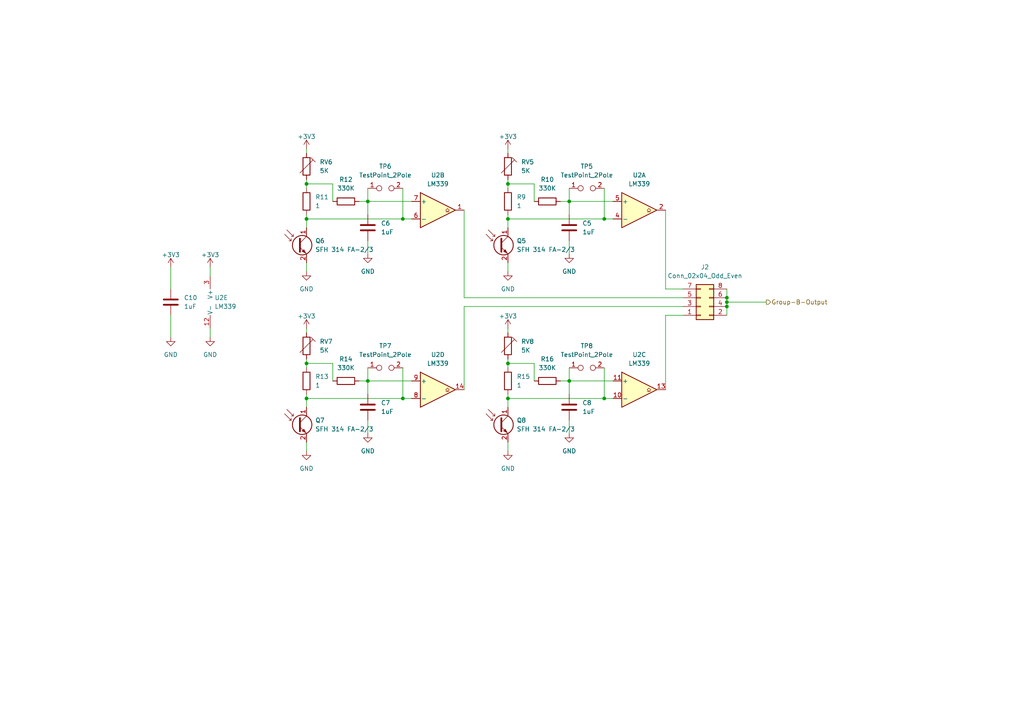
<source format=kicad_sch>
(kicad_sch (version 20210621) (generator eeschema)
  (paper "A4")
  (lib_symbols
    (symbol "Comparator:LM339" (pin_names (offset 0.127))
      (property "Reference" "U" (at 0 5.08 0))
      (property "Value" "LM339" (at 0 -5.08 0))
      (symbol "LM339_1_1"
        (polyline (pts (xy 3.302 -0.508) (xy 2.794 -0.508) (xy 3.302 0) (xy 2.794 0.508) (xy 2.286 0) (xy 2.794 -0.508) (xy 2.286 -0.508)) (stroke (width 0.127)))
        (polyline (pts (xy -5.08 5.08) (xy 5.08 0) (xy -5.08 -5.08) (xy -5.08 5.08)) (stroke (width 0.254)) (fill (type background)))
        (pin open_collector line (at 7.62 0 180) (length 2.54) (name "~") (number "2"))
        (pin input line (at -7.62 -2.54 0) (length 2.54) (name "-") (number "4"))
        (pin input line (at -7.62 2.54 0) (length 2.54) (name "+") (number "5"))
      )
      (symbol "LM339_2_1"
        (polyline (pts (xy 3.302 -0.508) (xy 2.794 -0.508) (xy 3.302 0) (xy 2.794 0.508) (xy 2.286 0) (xy 2.794 -0.508) (xy 2.286 -0.508)) (stroke (width 0.127)))
        (polyline (pts (xy -5.08 5.08) (xy 5.08 0) (xy -5.08 -5.08) (xy -5.08 5.08)) (stroke (width 0.254)) (fill (type background)))
        (pin open_collector line (at 7.62 0 180) (length 2.54) (name "~") (number "1"))
        (pin input line (at -7.62 -2.54 0) (length 2.54) (name "-") (number "6"))
        (pin input line (at -7.62 2.54 0) (length 2.54) (name "+") (number "7"))
      )
      (symbol "LM339_3_1"
        (polyline (pts (xy 3.302 -0.508) (xy 2.794 -0.508) (xy 3.302 0) (xy 2.794 0.508) (xy 2.286 0) (xy 2.794 -0.508) (xy 2.286 -0.508)) (stroke (width 0.127)))
        (polyline (pts (xy -5.08 5.08) (xy 5.08 0) (xy -5.08 -5.08) (xy -5.08 5.08)) (stroke (width 0.254)) (fill (type background)))
        (pin input line (at -7.62 -2.54 0) (length 2.54) (name "-") (number "10"))
        (pin input line (at -7.62 2.54 0) (length 2.54) (name "+") (number "11"))
        (pin open_collector line (at 7.62 0 180) (length 2.54) (name "~") (number "13"))
      )
      (symbol "LM339_4_1"
        (polyline (pts (xy 3.302 -0.508) (xy 2.794 -0.508) (xy 3.302 0) (xy 2.794 0.508) (xy 2.286 0) (xy 2.794 -0.508) (xy 2.286 -0.508)) (stroke (width 0.127)))
        (polyline (pts (xy -5.08 5.08) (xy 5.08 0) (xy -5.08 -5.08) (xy -5.08 5.08)) (stroke (width 0.254)) (fill (type background)))
        (pin open_collector line (at 7.62 0 180) (length 2.54) (name "~") (number "14"))
        (pin input line (at -7.62 -2.54 0) (length 2.54) (name "-") (number "8"))
        (pin input line (at -7.62 2.54 0) (length 2.54) (name "+") (number "9"))
      )
      (symbol "LM339_5_1"
        (pin power_in line (at -2.54 -7.62 90) (length 3.81) (name "V-") (number "12"))
        (pin power_in line (at -2.54 7.62 270) (length 3.81) (name "V+") (number "3"))
      )
    )
    (symbol "Connector:TestPoint_2Pole" (pin_names (offset 0.762) hide)
      (property "Reference" "TP" (at 0 1.524 0))
      (property "Value" "TestPoint_2Pole" (at 0 -1.778 0))
      (symbol "TestPoint_2Pole_0_1"
        (circle (center -1.778 0) (radius 0.762))
        (circle (center 1.778 0) (radius 0.762))
        (pin passive line (at -5.08 0 0) (length 2.54) (name "1") (number "1"))
        (pin passive line (at 5.08 0 180) (length 2.54) (name "2") (number "2"))
      )
    )
    (symbol "Connector_Generic:Conn_02x04_Odd_Even" (pin_names (offset 1.016) hide)
      (property "Reference" "J" (at 1.27 5.08 0))
      (property "Value" "Conn_02x04_Odd_Even" (at 1.27 -7.62 0))
      (symbol "Conn_02x04_Odd_Even_1_1"
        (rectangle (start -1.27 -4.953) (end 0 -5.207) (stroke (width 0.1524)))
        (rectangle (start -1.27 -2.413) (end 0 -2.667) (stroke (width 0.1524)))
        (rectangle (start -1.27 0.127) (end 0 -0.127) (stroke (width 0.1524)))
        (rectangle (start -1.27 2.667) (end 0 2.413) (stroke (width 0.1524)))
        (rectangle (start 3.81 -4.953) (end 2.54 -5.207) (stroke (width 0.1524)))
        (rectangle (start 3.81 -2.413) (end 2.54 -2.667) (stroke (width 0.1524)))
        (rectangle (start 3.81 0.127) (end 2.54 -0.127) (stroke (width 0.1524)))
        (rectangle (start 3.81 2.667) (end 2.54 2.413) (stroke (width 0.1524)))
        (rectangle (start -1.27 3.81) (end 3.81 -6.35) (stroke (width 0.254)) (fill (type background)))
        (pin passive line (at -5.08 2.54 0) (length 3.81) (name "Pin_1") (number "1"))
        (pin passive line (at 7.62 2.54 180) (length 3.81) (name "Pin_2") (number "2"))
        (pin passive line (at -5.08 0 0) (length 3.81) (name "Pin_3") (number "3"))
        (pin passive line (at 7.62 0 180) (length 3.81) (name "Pin_4") (number "4"))
        (pin passive line (at -5.08 -2.54 0) (length 3.81) (name "Pin_5") (number "5"))
        (pin passive line (at 7.62 -2.54 180) (length 3.81) (name "Pin_6") (number "6"))
        (pin passive line (at -5.08 -5.08 0) (length 3.81) (name "Pin_7") (number "7"))
        (pin passive line (at 7.62 -5.08 180) (length 3.81) (name "Pin_8") (number "8"))
      )
    )
    (symbol "Device:C" (pin_numbers hide) (pin_names (offset 0.254))
      (property "Reference" "C" (at 0.635 2.54 0))
      (property "Value" "C" (at 0.635 -2.54 0))
      (symbol "C_0_1"
        (polyline (pts (xy -2.032 -0.762) (xy 2.032 -0.762)) (stroke (width 0.508)))
        (polyline (pts (xy -2.032 0.762) (xy 2.032 0.762)) (stroke (width 0.508)))
      )
      (symbol "C_1_1"
        (pin passive line (at 0 3.81 270) (length 2.794) (name "~") (number "1"))
        (pin passive line (at 0 -3.81 90) (length 2.794) (name "~") (number "2"))
      )
    )
    (symbol "Device:Q_Photo_NPN" (pin_names (offset 0) hide)
      (property "Reference" "Q" (at 5.08 1.27 0))
      (property "Value" "Q_Photo_NPN" (at 5.08 -1.27 0))
      (symbol "Q_Photo_NPN_0_1"
        (circle (center 1.27 0) (radius 2.8194) (stroke (width 0.254)))
        (polyline (pts (xy -1.905 1.27) (xy -2.54 1.27)))
        (polyline (pts (xy -1.27 2.54) (xy -1.905 2.54)))
        (polyline (pts (xy 0.635 0.635) (xy 2.54 2.54)))
        (polyline (pts (xy -3.81 3.175) (xy -1.905 1.27) (xy -1.905 1.905)))
        (polyline (pts (xy -3.175 4.445) (xy -1.27 2.54) (xy -1.27 3.175)))
        (polyline (pts (xy 0.635 -0.635) (xy 2.54 -2.54) (xy 2.54 -2.54)))
        (polyline (pts (xy 0.635 1.905) (xy 0.635 -1.905) (xy 0.635 -1.905)) (stroke (width 0.508)))
        (polyline (pts (xy 1.27 -1.778) (xy 1.778 -1.27) (xy 2.286 -2.286) (xy 1.27 -1.778) (xy 1.27 -1.778)) (fill (type outline)))
      )
      (symbol "Q_Photo_NPN_1_1"
        (pin passive line (at 2.54 5.08 270) (length 2.54) (name "C") (number "1"))
        (pin passive line (at 2.54 -5.08 90) (length 2.54) (name "E") (number "2"))
      )
    )
    (symbol "Device:R" (pin_numbers hide) (pin_names (offset 0))
      (property "Reference" "R" (at 2.032 0 90))
      (property "Value" "R" (at 0 0 90))
      (symbol "R_0_1"
        (rectangle (start -1.016 -2.54) (end 1.016 2.54) (stroke (width 0.254)))
      )
      (symbol "R_1_1"
        (pin passive line (at 0 3.81 270) (length 1.27) (name "~") (number "1"))
        (pin passive line (at 0 -3.81 90) (length 1.27) (name "~") (number "2"))
      )
    )
    (symbol "Device:R_Trim" (pin_numbers hide) (pin_names (offset 0))
      (property "Reference" "R" (at 2.54 -2.54 90))
      (property "Value" "R_Trim" (at -2.54 -0.635 90))
      (symbol "R_Trim_0_1"
        (rectangle (start -1.016 -2.54) (end 1.016 2.54) (stroke (width 0.254)))
        (polyline (pts (xy -1.905 -1.905) (xy 1.905 1.905) (xy 2.54 1.27) (xy 1.27 2.54)))
      )
      (symbol "R_Trim_1_1"
        (pin passive line (at 0 3.81 270) (length 1.27) (name "~") (number "1"))
        (pin passive line (at 0 -3.81 90) (length 1.27) (name "~") (number "2"))
      )
    )
    (symbol "power:+3.3V" (power) (pin_names (offset 0))
      (property "Value" "+3.3V" (at 0 3.556 0))
      (symbol "+3.3V_0_1"
        (polyline (pts (xy -0.762 1.27) (xy 0 2.54)))
        (polyline (pts (xy 0 0) (xy 0 2.54)))
        (polyline (pts (xy 0 2.54) (xy 0.762 1.27)))
      )
      (symbol "+3.3V_1_1"
        (pin power_in line (at 0 0 90) (length 0) hide (name "+3V3") (number "1"))
      )
    )
    (symbol "power:GND" (power) (pin_names (offset 0))
      (property "Value" "GND" (at 0 -3.81 0))
      (symbol "GND_0_1"
        (polyline (pts (xy 0 0) (xy 0 -1.27) (xy 1.27 -1.27) (xy 0 -2.54) (xy -1.27 -1.27) (xy 0 -1.27)))
      )
      (symbol "GND_1_1"
        (pin power_in line (at 0 0 270) (length 0) hide (name "GND") (number "1"))
      )
    )
  )
  (junction (at 88.9 53.34))
  (junction (at 88.9 63.5))
  (junction (at 88.9 105.41))
  (junction (at 88.9 115.57))
  (junction (at 106.68 58.42))
  (junction (at 106.68 110.49))
  (junction (at 116.84 63.5))
  (junction (at 116.84 115.57))
  (junction (at 147.32 53.34))
  (junction (at 147.32 63.5))
  (junction (at 147.32 105.41))
  (junction (at 147.32 115.57))
  (junction (at 165.1 58.42))
  (junction (at 165.1 110.49))
  (junction (at 175.26 63.5))
  (junction (at 175.26 115.57))
  (junction (at 210.82 86.36))
  (junction (at 210.82 87.63))
  (junction (at 210.82 88.9))
  (wire (pts (xy 49.53 77.47) (xy 49.53 83.82)))
  (wire (pts (xy 49.53 91.44) (xy 49.53 97.79)))
  (wire (pts (xy 60.96 77.47) (xy 60.96 80.01)))
  (wire (pts (xy 60.96 95.25) (xy 60.96 97.79)))
  (wire (pts (xy 88.9 43.18) (xy 88.9 44.45)))
  (wire (pts (xy 88.9 52.07) (xy 88.9 53.34)))
  (wire (pts (xy 88.9 53.34) (xy 88.9 54.61)))
  (wire (pts (xy 88.9 53.34) (xy 96.52 53.34)))
  (wire (pts (xy 88.9 63.5) (xy 88.9 62.23)))
  (wire (pts (xy 88.9 63.5) (xy 88.9 66.04)))
  (wire (pts (xy 88.9 76.2) (xy 88.9 78.74)))
  (wire (pts (xy 88.9 95.25) (xy 88.9 96.52)))
  (wire (pts (xy 88.9 104.14) (xy 88.9 105.41)))
  (wire (pts (xy 88.9 105.41) (xy 88.9 106.68)))
  (wire (pts (xy 88.9 105.41) (xy 96.52 105.41)))
  (wire (pts (xy 88.9 115.57) (xy 88.9 114.3)))
  (wire (pts (xy 88.9 115.57) (xy 88.9 118.11)))
  (wire (pts (xy 88.9 128.27) (xy 88.9 130.81)))
  (wire (pts (xy 96.52 58.42) (xy 96.52 53.34)))
  (wire (pts (xy 96.52 110.49) (xy 96.52 105.41)))
  (wire (pts (xy 104.14 58.42) (xy 106.68 58.42)))
  (wire (pts (xy 104.14 110.49) (xy 106.68 110.49)))
  (wire (pts (xy 106.68 58.42) (xy 106.68 54.61)))
  (wire (pts (xy 106.68 58.42) (xy 106.68 62.23)))
  (wire (pts (xy 106.68 58.42) (xy 119.38 58.42)))
  (wire (pts (xy 106.68 69.85) (xy 106.68 73.66)))
  (wire (pts (xy 106.68 110.49) (xy 106.68 106.68)))
  (wire (pts (xy 106.68 110.49) (xy 106.68 114.3)))
  (wire (pts (xy 106.68 110.49) (xy 119.38 110.49)))
  (wire (pts (xy 106.68 121.92) (xy 106.68 125.73)))
  (wire (pts (xy 116.84 63.5) (xy 88.9 63.5)))
  (wire (pts (xy 116.84 63.5) (xy 116.84 54.61)))
  (wire (pts (xy 116.84 115.57) (xy 88.9 115.57)))
  (wire (pts (xy 116.84 115.57) (xy 116.84 106.68)))
  (wire (pts (xy 119.38 63.5) (xy 116.84 63.5)))
  (wire (pts (xy 119.38 115.57) (xy 116.84 115.57)))
  (wire (pts (xy 134.62 60.96) (xy 134.62 86.36)))
  (wire (pts (xy 134.62 86.36) (xy 198.12 86.36)))
  (wire (pts (xy 134.62 88.9) (xy 134.62 113.03)))
  (wire (pts (xy 134.62 88.9) (xy 198.12 88.9)))
  (wire (pts (xy 147.32 43.18) (xy 147.32 44.45)))
  (wire (pts (xy 147.32 52.07) (xy 147.32 53.34)))
  (wire (pts (xy 147.32 53.34) (xy 147.32 54.61)))
  (wire (pts (xy 147.32 53.34) (xy 154.94 53.34)))
  (wire (pts (xy 147.32 63.5) (xy 147.32 62.23)))
  (wire (pts (xy 147.32 63.5) (xy 147.32 66.04)))
  (wire (pts (xy 147.32 76.2) (xy 147.32 78.74)))
  (wire (pts (xy 147.32 95.25) (xy 147.32 96.52)))
  (wire (pts (xy 147.32 104.14) (xy 147.32 105.41)))
  (wire (pts (xy 147.32 105.41) (xy 147.32 106.68)))
  (wire (pts (xy 147.32 105.41) (xy 154.94 105.41)))
  (wire (pts (xy 147.32 115.57) (xy 147.32 114.3)))
  (wire (pts (xy 147.32 115.57) (xy 147.32 118.11)))
  (wire (pts (xy 147.32 128.27) (xy 147.32 130.81)))
  (wire (pts (xy 154.94 58.42) (xy 154.94 53.34)))
  (wire (pts (xy 154.94 110.49) (xy 154.94 105.41)))
  (wire (pts (xy 162.56 58.42) (xy 165.1 58.42)))
  (wire (pts (xy 162.56 110.49) (xy 165.1 110.49)))
  (wire (pts (xy 165.1 58.42) (xy 165.1 54.61)))
  (wire (pts (xy 165.1 58.42) (xy 165.1 62.23)))
  (wire (pts (xy 165.1 58.42) (xy 177.8 58.42)))
  (wire (pts (xy 165.1 69.85) (xy 165.1 73.66)))
  (wire (pts (xy 165.1 110.49) (xy 165.1 106.68)))
  (wire (pts (xy 165.1 110.49) (xy 165.1 114.3)))
  (wire (pts (xy 165.1 110.49) (xy 177.8 110.49)))
  (wire (pts (xy 165.1 121.92) (xy 165.1 125.73)))
  (wire (pts (xy 175.26 63.5) (xy 147.32 63.5)))
  (wire (pts (xy 175.26 63.5) (xy 175.26 54.61)))
  (wire (pts (xy 175.26 115.57) (xy 147.32 115.57)))
  (wire (pts (xy 175.26 115.57) (xy 175.26 106.68)))
  (wire (pts (xy 177.8 63.5) (xy 175.26 63.5)))
  (wire (pts (xy 177.8 115.57) (xy 175.26 115.57)))
  (wire (pts (xy 193.04 60.96) (xy 193.04 83.82)))
  (wire (pts (xy 193.04 83.82) (xy 198.12 83.82)))
  (wire (pts (xy 193.04 91.44) (xy 198.12 91.44)))
  (wire (pts (xy 193.04 113.03) (xy 193.04 91.44)))
  (wire (pts (xy 210.82 83.82) (xy 210.82 86.36)))
  (wire (pts (xy 210.82 86.36) (xy 210.82 87.63)))
  (wire (pts (xy 210.82 87.63) (xy 210.82 88.9)))
  (wire (pts (xy 210.82 87.63) (xy 222.25 87.63)))
  (wire (pts (xy 210.82 88.9) (xy 210.82 91.44)))
  (hierarchical_label "Group-B-Output" (shape output) (at 222.25 87.63 0))
  (symbol (lib_id "power:+3.3V") (at 49.53 77.47 0) (unit 1)
    (property "Reference" "#PWR0130" (effects hide))
    (property "Value" "+3.3V" (at 49.53 73.914 0))
  )
  (symbol (lib_id "power:+3.3V") (at 60.96 77.47 0) (unit 1)
    (property "Reference" "#PWR0129" (effects hide))
    (property "Value" "+3.3V" (at 60.96 73.914 0))
  )
  (symbol (lib_id "power:+3.3V") (at 88.9 43.18 0) (unit 1)
    (property "Reference" "#PWR0131" (effects hide))
    (property "Value" "+3.3V" (at 88.9 39.624 0))
  )
  (symbol (lib_id "power:+3.3V") (at 88.9 95.25 0) (unit 1)
    (property "Reference" "#PWR0136" (effects hide))
    (property "Value" "+3.3V" (at 88.9 91.694 0))
  )
  (symbol (lib_id "power:+3.3V") (at 147.32 43.18 0) (unit 1)
    (property "Reference" "#PWR0124" (effects hide))
    (property "Value" "+3.3V" (at 147.32 39.624 0))
  )
  (symbol (lib_id "power:+3.3V") (at 147.32 95.25 0) (unit 1)
    (property "Reference" "#PWR0132" (effects hide))
    (property "Value" "+3.3V" (at 147.32 91.694 0))
  )
  (symbol (lib_id "power:GND") (at 49.53 97.79 0) (unit 1)
    (property "Reference" "#PWR0127" (effects hide))
    (property "Value" "GND" (at 49.53 102.87 0))
  )
  (symbol (lib_id "power:GND") (at 60.96 97.79 0) (unit 1)
    (property "Reference" "#PWR0128" (effects hide))
    (property "Value" "GND" (at 60.96 102.87 0))
  )
  (symbol (lib_id "power:GND") (at 88.9 78.74 0) (unit 1)
    (property "Reference" "#PWR0126" (effects hide))
    (property "Value" "GND" (at 88.9 83.82 0))
  )
  (symbol (lib_id "power:GND") (at 88.9 130.81 0) (unit 1)
    (property "Reference" "#PWR0135" (effects hide))
    (property "Value" "GND" (at 88.9 135.89 0))
  )
  (symbol (lib_id "power:GND") (at 106.68 73.66 0) (unit 1)
    (property "Reference" "#PWR0125" (effects hide))
    (property "Value" "GND" (at 106.68 78.74 0))
  )
  (symbol (lib_id "power:GND") (at 106.68 125.73 0) (unit 1)
    (property "Reference" "#PWR0123" (effects hide))
    (property "Value" "GND" (at 106.68 130.81 0))
  )
  (symbol (lib_id "power:GND") (at 147.32 78.74 0) (unit 1)
    (property "Reference" "#PWR0137" (effects hide))
    (property "Value" "GND" (at 147.32 83.82 0))
  )
  (symbol (lib_id "power:GND") (at 147.32 130.81 0) (unit 1)
    (property "Reference" "#PWR0133" (effects hide))
    (property "Value" "GND" (at 147.32 135.89 0))
  )
  (symbol (lib_id "power:GND") (at 165.1 73.66 0) (unit 1)
    (property "Reference" "#PWR0138" (effects hide))
    (property "Value" "GND" (at 165.1 78.74 0))
  )
  (symbol (lib_id "power:GND") (at 165.1 125.73 0) (unit 1)
    (property "Reference" "#PWR0134" (effects hide))
    (property "Value" "GND" (at 165.1 130.81 0))
  )
  (symbol (lib_id "Comparator:LM339") (at 63.5 87.63 0) (unit 5)
    (property "Reference" "U2" (at 62.23 86.3599 0) (effects (justify left)))
    (property "Value" "LM339" (at 62.23 88.8999 0) (effects (justify left)))
    (property "Footprint" "Package_SO:TSSOP-14_4.4x5mm_P0.65mm" (effects hide))
    (property "Datasheet" "https://www.st.com/resource/en/datasheet/lm139.pdf" (effects hide))
  )
  (symbol (lib_id "Connector:TestPoint_2Pole") (at 111.76 54.61 0) (unit 1)
    (property "Reference" "TP6" (at 111.76 48.26 0))
    (property "Value" "TestPoint_2Pole" (at 111.76 50.8 0))
    (property "Footprint" "Connector_PinHeader_2.54mm:PinHeader_1x02_P2.54mm_Vertical" (effects hide))
  )
  (symbol (lib_id "Connector:TestPoint_2Pole") (at 111.76 106.68 0) (unit 1)
    (property "Reference" "TP7" (at 111.76 100.33 0))
    (property "Value" "TestPoint_2Pole" (at 111.76 102.87 0))
    (property "Footprint" "Connector_PinHeader_2.54mm:PinHeader_1x02_P2.54mm_Vertical" (effects hide))
  )
  (symbol (lib_id "Connector:TestPoint_2Pole") (at 170.18 54.61 0) (unit 1)
    (property "Reference" "TP5" (at 170.18 48.26 0))
    (property "Value" "TestPoint_2Pole" (at 170.18 50.8 0))
    (property "Footprint" "Connector_PinHeader_2.54mm:PinHeader_1x02_P2.54mm_Vertical" (effects hide))
  )
  (symbol (lib_id "Connector:TestPoint_2Pole") (at 170.18 106.68 0) (unit 1)
    (property "Reference" "TP8" (at 170.18 100.33 0))
    (property "Value" "TestPoint_2Pole" (at 170.18 102.87 0))
    (property "Footprint" "Connector_PinHeader_2.54mm:PinHeader_1x02_P2.54mm_Vertical" (effects hide))
  )
  (symbol (lib_id "Device:R") (at 88.9 58.42 0) (unit 1)
    (property "Reference" "R11" (at 91.44 57.1499 0) (effects (justify left)))
    (property "Value" "1" (at 91.44 59.6899 0) (effects (justify left)))
    (property "Footprint" "Resistor_SMD:R_0805_2012Metric_Pad1.20x1.40mm_HandSolder" (effects hide))
  )
  (symbol (lib_id "Device:R") (at 88.9 110.49 0) (unit 1)
    (property "Reference" "R13" (at 91.44 109.2199 0) (effects (justify left)))
    (property "Value" "1" (at 91.44 111.7599 0) (effects (justify left)))
    (property "Footprint" "Resistor_SMD:R_0805_2012Metric_Pad1.20x1.40mm_HandSolder" (effects hide))
  )
  (symbol (lib_id "Device:R") (at 100.33 58.42 90) (unit 1)
    (property "Reference" "R12" (at 100.33 52.07 90))
    (property "Value" "330K" (at 100.33 54.61 90))
    (property "Footprint" "Resistor_SMD:R_0805_2012Metric_Pad1.20x1.40mm_HandSolder" (effects hide))
  )
  (symbol (lib_id "Device:R") (at 100.33 110.49 90) (unit 1)
    (property "Reference" "R14" (at 100.33 104.14 90))
    (property "Value" "330K" (at 100.33 106.68 90))
    (property "Footprint" "Resistor_SMD:R_0805_2012Metric_Pad1.20x1.40mm_HandSolder" (effects hide))
  )
  (symbol (lib_id "Device:R") (at 147.32 58.42 0) (unit 1)
    (property "Reference" "R9" (at 149.86 57.1499 0) (effects (justify left)))
    (property "Value" "1" (at 149.86 59.6899 0) (effects (justify left)))
    (property "Footprint" "Resistor_SMD:R_0805_2012Metric_Pad1.20x1.40mm_HandSolder" (effects hide))
  )
  (symbol (lib_id "Device:R") (at 147.32 110.49 0) (unit 1)
    (property "Reference" "R15" (at 149.86 109.2199 0) (effects (justify left)))
    (property "Value" "1" (at 149.86 111.7599 0) (effects (justify left)))
    (property "Footprint" "Resistor_SMD:R_0805_2012Metric_Pad1.20x1.40mm_HandSolder" (effects hide))
  )
  (symbol (lib_id "Device:R") (at 158.75 58.42 90) (unit 1)
    (property "Reference" "R10" (at 158.75 52.07 90))
    (property "Value" "330K" (at 158.75 54.61 90))
    (property "Footprint" "Resistor_SMD:R_0805_2012Metric_Pad1.20x1.40mm_HandSolder" (effects hide))
  )
  (symbol (lib_id "Device:R") (at 158.75 110.49 90) (unit 1)
    (property "Reference" "R16" (at 158.75 104.14 90))
    (property "Value" "330K" (at 158.75 106.68 90))
    (property "Footprint" "Resistor_SMD:R_0805_2012Metric_Pad1.20x1.40mm_HandSolder" (effects hide))
  )
  (symbol (lib_id "Device:R_Trim") (at 88.9 48.26 0) (unit 1)
    (property "Reference" "RV6" (at 92.71 46.9899 0) (effects (justify left)))
    (property "Value" "5K" (at 92.71 49.5299 0) (effects (justify left)))
    (property "Footprint" "SamacSys_Parts:3362P_1" (effects hide))
  )
  (symbol (lib_id "Device:R_Trim") (at 88.9 100.33 0) (unit 1)
    (property "Reference" "RV7" (at 92.71 99.0599 0) (effects (justify left)))
    (property "Value" "5K" (at 92.71 101.5999 0) (effects (justify left)))
    (property "Footprint" "SamacSys_Parts:3362P_1" (effects hide))
  )
  (symbol (lib_id "Device:R_Trim") (at 147.32 48.26 0) (unit 1)
    (property "Reference" "RV5" (at 151.13 46.9899 0) (effects (justify left)))
    (property "Value" "5K" (at 151.13 49.5299 0) (effects (justify left)))
    (property "Footprint" "SamacSys_Parts:3362P_1" (effects hide))
  )
  (symbol (lib_id "Device:R_Trim") (at 147.32 100.33 0) (unit 1)
    (property "Reference" "RV8" (at 151.13 99.0599 0) (effects (justify left)))
    (property "Value" "5K" (at 151.13 101.5999 0) (effects (justify left)))
    (property "Footprint" "SamacSys_Parts:3362P_1" (effects hide))
  )
  (symbol (lib_id "Device:C") (at 49.53 87.63 0) (unit 1)
    (property "Reference" "C10" (at 53.34 86.3599 0) (effects (justify left)))
    (property "Value" "1uF" (at 53.34 88.8999 0) (effects (justify left)))
    (property "Footprint" "Capacitor_SMD:C_0805_2012Metric_Pad1.18x1.45mm_HandSolder" (effects hide))
  )
  (symbol (lib_id "Device:C") (at 106.68 66.04 0) (unit 1)
    (property "Reference" "C6" (at 110.49 64.7699 0) (effects (justify left)))
    (property "Value" "1uF" (at 110.49 67.3099 0) (effects (justify left)))
    (property "Footprint" "Capacitor_SMD:C_0805_2012Metric_Pad1.18x1.45mm_HandSolder" (effects hide))
  )
  (symbol (lib_id "Device:C") (at 106.68 118.11 0) (unit 1)
    (property "Reference" "C7" (at 110.49 116.8399 0) (effects (justify left)))
    (property "Value" "1uF" (at 110.49 119.3799 0) (effects (justify left)))
    (property "Footprint" "Capacitor_SMD:C_0805_2012Metric_Pad1.18x1.45mm_HandSolder" (effects hide))
  )
  (symbol (lib_id "Device:C") (at 165.1 66.04 0) (unit 1)
    (property "Reference" "C5" (at 168.91 64.7699 0) (effects (justify left)))
    (property "Value" "1uF" (at 168.91 67.3099 0) (effects (justify left)))
    (property "Footprint" "Capacitor_SMD:C_0805_2012Metric_Pad1.18x1.45mm_HandSolder" (effects hide))
  )
  (symbol (lib_id "Device:C") (at 165.1 118.11 0) (unit 1)
    (property "Reference" "C8" (at 168.91 116.8399 0) (effects (justify left)))
    (property "Value" "1uF" (at 168.91 119.3799 0) (effects (justify left)))
    (property "Footprint" "Capacitor_SMD:C_0805_2012Metric_Pad1.18x1.45mm_HandSolder" (effects hide))
  )
  (symbol (lib_id "Device:Q_Photo_NPN") (at 86.36 71.12 0) (unit 1)
    (property "Reference" "Q6" (at 91.44 69.8499 0) (effects (justify left)))
    (property "Value" "SFH 314 FA-2/3" (at 91.44 72.3899 0) (effects (justify left)))
    (property "Footprint" "LED_THT:LED_D3.0mm_IRBlack" (effects hide))
  )
  (symbol (lib_id "Device:Q_Photo_NPN") (at 86.36 123.19 0) (unit 1)
    (property "Reference" "Q7" (at 91.44 121.9199 0) (effects (justify left)))
    (property "Value" "SFH 314 FA-2/3" (at 91.44 124.4599 0) (effects (justify left)))
    (property "Footprint" "LED_THT:LED_D3.0mm_IRBlack" (effects hide))
  )
  (symbol (lib_id "Device:Q_Photo_NPN") (at 144.78 71.12 0) (unit 1)
    (property "Reference" "Q5" (at 149.86 69.8499 0) (effects (justify left)))
    (property "Value" "SFH 314 FA-2/3" (at 149.86 72.3899 0) (effects (justify left)))
    (property "Footprint" "LED_THT:LED_D3.0mm_IRBlack" (effects hide))
  )
  (symbol (lib_id "Device:Q_Photo_NPN") (at 144.78 123.19 0) (unit 1)
    (property "Reference" "Q8" (at 149.86 121.9199 0) (effects (justify left)))
    (property "Value" "SFH 314 FA-2/3" (at 149.86 124.4599 0) (effects (justify left)))
    (property "Footprint" "LED_THT:LED_D3.0mm_IRBlack" (effects hide))
  )
  (symbol (lib_id "Connector_Generic:Conn_02x04_Odd_Even") (at 203.2 88.9 0) (mirror x) (unit 1)
    (property "Reference" "J2" (at 204.47 77.47 0))
    (property "Value" "Conn_02x04_Odd_Even" (at 204.47 80.01 0))
    (property "Footprint" "Connector_PinHeader_2.54mm:PinHeader_2x04_P2.54mm_Vertical" (effects hide))
  )
  (symbol (lib_id "Comparator:LM339") (at 127 60.96 0) (unit 2)
    (property "Reference" "U2" (at 127 50.8 0))
    (property "Value" "LM339" (at 127 53.34 0))
    (property "Footprint" "Package_SO:TSSOP-14_4.4x5mm_P0.65mm" (effects hide))
    (property "Datasheet" "https://www.st.com/resource/en/datasheet/lm139.pdf" (effects hide))
  )
  (symbol (lib_id "Comparator:LM339") (at 127 113.03 0) (unit 4)
    (property "Reference" "U2" (at 127 102.87 0))
    (property "Value" "LM339" (at 127 105.41 0))
    (property "Footprint" "Package_SO:TSSOP-14_4.4x5mm_P0.65mm" (effects hide))
    (property "Datasheet" "https://www.st.com/resource/en/datasheet/lm139.pdf" (effects hide))
  )
  (symbol (lib_id "Comparator:LM339") (at 185.42 60.96 0) (unit 1)
    (property "Reference" "U2" (at 185.42 50.8 0))
    (property "Value" "LM339" (at 185.42 53.34 0))
    (property "Footprint" "Package_SO:TSSOP-14_4.4x5mm_P0.65mm" (effects hide))
    (property "Datasheet" "https://www.st.com/resource/en/datasheet/lm139.pdf" (effects hide))
  )
  (symbol (lib_id "Comparator:LM339") (at 185.42 113.03 0) (unit 3)
    (property "Reference" "U2" (at 185.42 102.87 0))
    (property "Value" "LM339" (at 185.42 105.41 0))
    (property "Footprint" "Package_SO:TSSOP-14_4.4x5mm_P0.65mm" (effects hide))
    (property "Datasheet" "https://www.st.com/resource/en/datasheet/lm139.pdf" (effects hide))
  )
)
</source>
